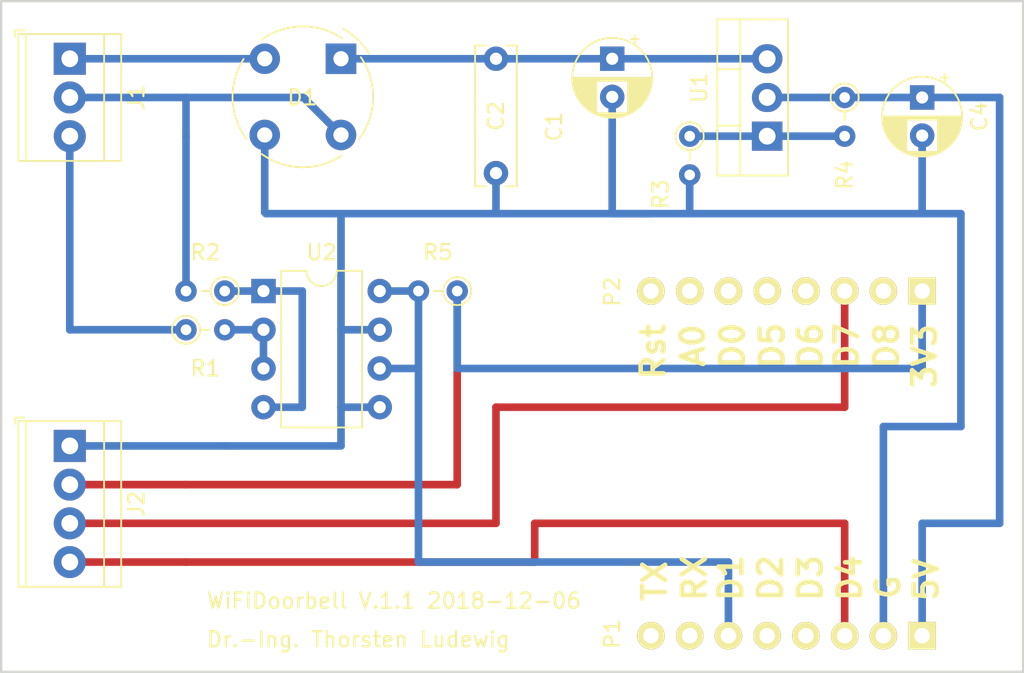
<source format=kicad_pcb>
(kicad_pcb (version 20171130) (host pcbnew "(5.0.1-3-g963ef8bb5)")

  (general
    (thickness 1.6)
    (drawings 22)
    (tracks 58)
    (zones 0)
    (modules 15)
    (nets 24)
  )

  (page A4)
  (title_block
    (title "WifiDoorBell WEMOS D1 mini")
    (date 2018-11-28)
    (rev 1)
    (company "Dr.-Ing. Thorsten Ludewig")
  )

  (layers
    (0 F.Cu signal)
    (31 B.Cu signal)
    (32 B.Adhes user)
    (33 F.Adhes user)
    (34 B.Paste user)
    (35 F.Paste user)
    (36 B.SilkS user)
    (37 F.SilkS user)
    (38 B.Mask user)
    (39 F.Mask user)
    (40 Dwgs.User user)
    (41 Cmts.User user)
    (42 Eco1.User user)
    (43 Eco2.User user)
    (44 Edge.Cuts user)
    (45 Margin user hide)
    (46 B.CrtYd user)
    (47 F.CrtYd user)
    (48 B.Fab user)
    (49 F.Fab user hide)
  )

  (setup
    (last_trace_width 0.5)
    (trace_clearance 0.2)
    (zone_clearance 0.508)
    (zone_45_only no)
    (trace_min 0.2)
    (segment_width 0.2)
    (edge_width 0.15)
    (via_size 0.6)
    (via_drill 0.4)
    (via_min_size 0.4)
    (via_min_drill 0.3)
    (uvia_size 0.3)
    (uvia_drill 0.1)
    (uvias_allowed no)
    (uvia_min_size 0.2)
    (uvia_min_drill 0.1)
    (pcb_text_width 0.3)
    (pcb_text_size 1.5 1.5)
    (mod_edge_width 0.15)
    (mod_text_size 1 1)
    (mod_text_width 0.15)
    (pad_size 2.032 1.7272)
    (pad_drill 1.016)
    (pad_to_mask_clearance 0.2)
    (solder_mask_min_width 0.25)
    (aux_axis_origin 0 0)
    (visible_elements FFFFE77F)
    (pcbplotparams
      (layerselection 0x1ffff_ffffffff)
      (usegerberextensions false)
      (usegerberattributes false)
      (usegerberadvancedattributes false)
      (creategerberjobfile false)
      (excludeedgelayer true)
      (linewidth 0.100000)
      (plotframeref false)
      (viasonmask false)
      (mode 1)
      (useauxorigin false)
      (hpglpennumber 1)
      (hpglpenspeed 20)
      (hpglpendiameter 15.000000)
      (psnegative false)
      (psa4output false)
      (plotreference true)
      (plotvalue true)
      (plotinvisibletext false)
      (padsonsilk false)
      (subtractmaskfromsilk false)
      (outputformat 1)
      (mirror false)
      (drillshape 0)
      (scaleselection 1)
      (outputdirectory "./"))
  )

  (net 0 "")
  (net 1 /+5V)
  (net 2 /D4)
  (net 3 /D3)
  (net 4 /D2)
  (net 5 /D1)
  (net 6 /RX)
  (net 7 /TX)
  (net 8 /+3.3V)
  (net 9 /D8)
  (net 10 /D7)
  (net 11 /D6)
  (net 12 /D5)
  (net 13 /D0)
  (net 14 /A0)
  (net 15 /RST)
  (net 16 "Net-(C1-Pad1)")
  (net 17 GND)
  (net 18 /Doorbell-Trafo-A)
  (net 19 /Doorbell-Trafo-B)
  (net 20 /Doorbell-Button)
  (net 21 "Net-(R1-Pad1)")
  (net 22 "Net-(R2-Pad2)")
  (net 23 "Net-(R3-Pad1)")

  (net_class Default "This is the default net class."
    (clearance 0.2)
    (trace_width 0.5)
    (via_dia 0.6)
    (via_drill 0.4)
    (uvia_dia 0.3)
    (uvia_drill 0.1)
    (add_net /+3.3V)
    (add_net /+5V)
    (add_net /A0)
    (add_net /D0)
    (add_net /D1)
    (add_net /D2)
    (add_net /D3)
    (add_net /D4)
    (add_net /D5)
    (add_net /D6)
    (add_net /D7)
    (add_net /D8)
    (add_net /Doorbell-Button)
    (add_net /Doorbell-Trafo-A)
    (add_net /Doorbell-Trafo-B)
    (add_net /RST)
    (add_net /RX)
    (add_net /TX)
    (add_net GND)
    (add_net "Net-(C1-Pad1)")
    (add_net "Net-(R1-Pad1)")
    (add_net "Net-(R2-Pad2)")
    (add_net "Net-(R3-Pad1)")
  )

  (module D1_mini:D1_mini_Pin_Header (layer F.Cu) (tedit 5766ABD3) (tstamp 5766A941)
    (at 119.38 96.52 270)
    (descr "Through hole pin header")
    (tags "pin header")
    (path /5763EBF2)
    (fp_text reference P2 (at 0.05 20.32 270) (layer F.SilkS)
      (effects (font (size 1 1) (thickness 0.15)))
    )
    (fp_text value CONN_01X08 (at 0 -3.1 270) (layer F.Fab) hide
      (effects (font (size 1 1) (thickness 0.15)))
    )
    (fp_line (start -1.75 -1.75) (end -1.75 19.55) (layer F.CrtYd) (width 0.05))
    (fp_line (start 1.75 -1.75) (end 1.75 19.55) (layer F.CrtYd) (width 0.05))
    (fp_line (start -1.75 -1.75) (end 1.75 -1.75) (layer F.CrtYd) (width 0.05))
    (fp_line (start -1.75 19.55) (end 1.75 19.55) (layer F.CrtYd) (width 0.05))
    (pad 1 thru_hole rect (at 0 0 270) (size 1.8 1.8) (drill 1.016) (layers *.Cu *.Mask F.SilkS)
      (net 8 /+3.3V))
    (pad 2 thru_hole oval (at 0 2.54 270) (size 1.8 1.8) (drill 1.016) (layers *.Cu *.Mask F.SilkS)
      (net 9 /D8))
    (pad 3 thru_hole oval (at 0 5.08 270) (size 1.8 1.8) (drill 1.016) (layers *.Cu *.Mask F.SilkS)
      (net 10 /D7))
    (pad 4 thru_hole oval (at 0 7.62 270) (size 1.8 1.8) (drill 1.016) (layers *.Cu *.Mask F.SilkS)
      (net 11 /D6))
    (pad 5 thru_hole oval (at 0 10.16 270) (size 1.8 1.8) (drill 1.016) (layers *.Cu *.Mask F.SilkS)
      (net 12 /D5))
    (pad 6 thru_hole oval (at 0 12.7 270) (size 1.8 1.8) (drill 1.016) (layers *.Cu *.Mask F.SilkS)
      (net 13 /D0))
    (pad 7 thru_hole oval (at 0 15.24 270) (size 1.8 1.8) (drill 1.016) (layers *.Cu *.Mask F.SilkS)
      (net 14 /A0))
    (pad 8 thru_hole oval (at 0 17.78 270) (size 1.8 1.8) (drill 1.016) (layers *.Cu *.Mask F.SilkS)
      (net 15 /RST))
    (model Pin_Headers.3dshapes/Pin_Header_Straight_1x08.wrl
      (offset (xyz 0 -8.889999866485596 0))
      (scale (xyz 1 1 1))
      (rotate (xyz 0 0 90))
    )
  )

  (module Capacitor_THT:CP_Radial_D5.0mm_P2.50mm (layer F.Cu) (tedit 5AE50EF0) (tstamp 5C0B737E)
    (at 99.06 81.28 270)
    (descr "CP, Radial series, Radial, pin pitch=2.50mm, , diameter=5mm, Electrolytic Capacitor")
    (tags "CP Radial series Radial pin pitch 2.50mm  diameter 5mm Electrolytic Capacitor")
    (path /5BF9735A)
    (fp_text reference C1 (at 4.445 3.81 270) (layer F.SilkS)
      (effects (font (size 1 1) (thickness 0.15)))
    )
    (fp_text value 10µF (at 1.27 3.81 270) (layer F.Fab)
      (effects (font (size 1 1) (thickness 0.15)))
    )
    (fp_circle (center 1.25 0) (end 3.75 0) (layer F.Fab) (width 0.1))
    (fp_circle (center 1.25 0) (end 3.87 0) (layer F.SilkS) (width 0.12))
    (fp_circle (center 1.25 0) (end 4 0) (layer F.CrtYd) (width 0.05))
    (fp_line (start -0.883605 -1.0875) (end -0.383605 -1.0875) (layer F.Fab) (width 0.1))
    (fp_line (start -0.633605 -1.3375) (end -0.633605 -0.8375) (layer F.Fab) (width 0.1))
    (fp_line (start 1.25 -2.58) (end 1.25 2.58) (layer F.SilkS) (width 0.12))
    (fp_line (start 1.29 -2.58) (end 1.29 2.58) (layer F.SilkS) (width 0.12))
    (fp_line (start 1.33 -2.579) (end 1.33 2.579) (layer F.SilkS) (width 0.12))
    (fp_line (start 1.37 -2.578) (end 1.37 2.578) (layer F.SilkS) (width 0.12))
    (fp_line (start 1.41 -2.576) (end 1.41 2.576) (layer F.SilkS) (width 0.12))
    (fp_line (start 1.45 -2.573) (end 1.45 2.573) (layer F.SilkS) (width 0.12))
    (fp_line (start 1.49 -2.569) (end 1.49 -1.04) (layer F.SilkS) (width 0.12))
    (fp_line (start 1.49 1.04) (end 1.49 2.569) (layer F.SilkS) (width 0.12))
    (fp_line (start 1.53 -2.565) (end 1.53 -1.04) (layer F.SilkS) (width 0.12))
    (fp_line (start 1.53 1.04) (end 1.53 2.565) (layer F.SilkS) (width 0.12))
    (fp_line (start 1.57 -2.561) (end 1.57 -1.04) (layer F.SilkS) (width 0.12))
    (fp_line (start 1.57 1.04) (end 1.57 2.561) (layer F.SilkS) (width 0.12))
    (fp_line (start 1.61 -2.556) (end 1.61 -1.04) (layer F.SilkS) (width 0.12))
    (fp_line (start 1.61 1.04) (end 1.61 2.556) (layer F.SilkS) (width 0.12))
    (fp_line (start 1.65 -2.55) (end 1.65 -1.04) (layer F.SilkS) (width 0.12))
    (fp_line (start 1.65 1.04) (end 1.65 2.55) (layer F.SilkS) (width 0.12))
    (fp_line (start 1.69 -2.543) (end 1.69 -1.04) (layer F.SilkS) (width 0.12))
    (fp_line (start 1.69 1.04) (end 1.69 2.543) (layer F.SilkS) (width 0.12))
    (fp_line (start 1.73 -2.536) (end 1.73 -1.04) (layer F.SilkS) (width 0.12))
    (fp_line (start 1.73 1.04) (end 1.73 2.536) (layer F.SilkS) (width 0.12))
    (fp_line (start 1.77 -2.528) (end 1.77 -1.04) (layer F.SilkS) (width 0.12))
    (fp_line (start 1.77 1.04) (end 1.77 2.528) (layer F.SilkS) (width 0.12))
    (fp_line (start 1.81 -2.52) (end 1.81 -1.04) (layer F.SilkS) (width 0.12))
    (fp_line (start 1.81 1.04) (end 1.81 2.52) (layer F.SilkS) (width 0.12))
    (fp_line (start 1.85 -2.511) (end 1.85 -1.04) (layer F.SilkS) (width 0.12))
    (fp_line (start 1.85 1.04) (end 1.85 2.511) (layer F.SilkS) (width 0.12))
    (fp_line (start 1.89 -2.501) (end 1.89 -1.04) (layer F.SilkS) (width 0.12))
    (fp_line (start 1.89 1.04) (end 1.89 2.501) (layer F.SilkS) (width 0.12))
    (fp_line (start 1.93 -2.491) (end 1.93 -1.04) (layer F.SilkS) (width 0.12))
    (fp_line (start 1.93 1.04) (end 1.93 2.491) (layer F.SilkS) (width 0.12))
    (fp_line (start 1.971 -2.48) (end 1.971 -1.04) (layer F.SilkS) (width 0.12))
    (fp_line (start 1.971 1.04) (end 1.971 2.48) (layer F.SilkS) (width 0.12))
    (fp_line (start 2.011 -2.468) (end 2.011 -1.04) (layer F.SilkS) (width 0.12))
    (fp_line (start 2.011 1.04) (end 2.011 2.468) (layer F.SilkS) (width 0.12))
    (fp_line (start 2.051 -2.455) (end 2.051 -1.04) (layer F.SilkS) (width 0.12))
    (fp_line (start 2.051 1.04) (end 2.051 2.455) (layer F.SilkS) (width 0.12))
    (fp_line (start 2.091 -2.442) (end 2.091 -1.04) (layer F.SilkS) (width 0.12))
    (fp_line (start 2.091 1.04) (end 2.091 2.442) (layer F.SilkS) (width 0.12))
    (fp_line (start 2.131 -2.428) (end 2.131 -1.04) (layer F.SilkS) (width 0.12))
    (fp_line (start 2.131 1.04) (end 2.131 2.428) (layer F.SilkS) (width 0.12))
    (fp_line (start 2.171 -2.414) (end 2.171 -1.04) (layer F.SilkS) (width 0.12))
    (fp_line (start 2.171 1.04) (end 2.171 2.414) (layer F.SilkS) (width 0.12))
    (fp_line (start 2.211 -2.398) (end 2.211 -1.04) (layer F.SilkS) (width 0.12))
    (fp_line (start 2.211 1.04) (end 2.211 2.398) (layer F.SilkS) (width 0.12))
    (fp_line (start 2.251 -2.382) (end 2.251 -1.04) (layer F.SilkS) (width 0.12))
    (fp_line (start 2.251 1.04) (end 2.251 2.382) (layer F.SilkS) (width 0.12))
    (fp_line (start 2.291 -2.365) (end 2.291 -1.04) (layer F.SilkS) (width 0.12))
    (fp_line (start 2.291 1.04) (end 2.291 2.365) (layer F.SilkS) (width 0.12))
    (fp_line (start 2.331 -2.348) (end 2.331 -1.04) (layer F.SilkS) (width 0.12))
    (fp_line (start 2.331 1.04) (end 2.331 2.348) (layer F.SilkS) (width 0.12))
    (fp_line (start 2.371 -2.329) (end 2.371 -1.04) (layer F.SilkS) (width 0.12))
    (fp_line (start 2.371 1.04) (end 2.371 2.329) (layer F.SilkS) (width 0.12))
    (fp_line (start 2.411 -2.31) (end 2.411 -1.04) (layer F.SilkS) (width 0.12))
    (fp_line (start 2.411 1.04) (end 2.411 2.31) (layer F.SilkS) (width 0.12))
    (fp_line (start 2.451 -2.29) (end 2.451 -1.04) (layer F.SilkS) (width 0.12))
    (fp_line (start 2.451 1.04) (end 2.451 2.29) (layer F.SilkS) (width 0.12))
    (fp_line (start 2.491 -2.268) (end 2.491 -1.04) (layer F.SilkS) (width 0.12))
    (fp_line (start 2.491 1.04) (end 2.491 2.268) (layer F.SilkS) (width 0.12))
    (fp_line (start 2.531 -2.247) (end 2.531 -1.04) (layer F.SilkS) (width 0.12))
    (fp_line (start 2.531 1.04) (end 2.531 2.247) (layer F.SilkS) (width 0.12))
    (fp_line (start 2.571 -2.224) (end 2.571 -1.04) (layer F.SilkS) (width 0.12))
    (fp_line (start 2.571 1.04) (end 2.571 2.224) (layer F.SilkS) (width 0.12))
    (fp_line (start 2.611 -2.2) (end 2.611 -1.04) (layer F.SilkS) (width 0.12))
    (fp_line (start 2.611 1.04) (end 2.611 2.2) (layer F.SilkS) (width 0.12))
    (fp_line (start 2.651 -2.175) (end 2.651 -1.04) (layer F.SilkS) (width 0.12))
    (fp_line (start 2.651 1.04) (end 2.651 2.175) (layer F.SilkS) (width 0.12))
    (fp_line (start 2.691 -2.149) (end 2.691 -1.04) (layer F.SilkS) (width 0.12))
    (fp_line (start 2.691 1.04) (end 2.691 2.149) (layer F.SilkS) (width 0.12))
    (fp_line (start 2.731 -2.122) (end 2.731 -1.04) (layer F.SilkS) (width 0.12))
    (fp_line (start 2.731 1.04) (end 2.731 2.122) (layer F.SilkS) (width 0.12))
    (fp_line (start 2.771 -2.095) (end 2.771 -1.04) (layer F.SilkS) (width 0.12))
    (fp_line (start 2.771 1.04) (end 2.771 2.095) (layer F.SilkS) (width 0.12))
    (fp_line (start 2.811 -2.065) (end 2.811 -1.04) (layer F.SilkS) (width 0.12))
    (fp_line (start 2.811 1.04) (end 2.811 2.065) (layer F.SilkS) (width 0.12))
    (fp_line (start 2.851 -2.035) (end 2.851 -1.04) (layer F.SilkS) (width 0.12))
    (fp_line (start 2.851 1.04) (end 2.851 2.035) (layer F.SilkS) (width 0.12))
    (fp_line (start 2.891 -2.004) (end 2.891 -1.04) (layer F.SilkS) (width 0.12))
    (fp_line (start 2.891 1.04) (end 2.891 2.004) (layer F.SilkS) (width 0.12))
    (fp_line (start 2.931 -1.971) (end 2.931 -1.04) (layer F.SilkS) (width 0.12))
    (fp_line (start 2.931 1.04) (end 2.931 1.971) (layer F.SilkS) (width 0.12))
    (fp_line (start 2.971 -1.937) (end 2.971 -1.04) (layer F.SilkS) (width 0.12))
    (fp_line (start 2.971 1.04) (end 2.971 1.937) (layer F.SilkS) (width 0.12))
    (fp_line (start 3.011 -1.901) (end 3.011 -1.04) (layer F.SilkS) (width 0.12))
    (fp_line (start 3.011 1.04) (end 3.011 1.901) (layer F.SilkS) (width 0.12))
    (fp_line (start 3.051 -1.864) (end 3.051 -1.04) (layer F.SilkS) (width 0.12))
    (fp_line (start 3.051 1.04) (end 3.051 1.864) (layer F.SilkS) (width 0.12))
    (fp_line (start 3.091 -1.826) (end 3.091 -1.04) (layer F.SilkS) (width 0.12))
    (fp_line (start 3.091 1.04) (end 3.091 1.826) (layer F.SilkS) (width 0.12))
    (fp_line (start 3.131 -1.785) (end 3.131 -1.04) (layer F.SilkS) (width 0.12))
    (fp_line (start 3.131 1.04) (end 3.131 1.785) (layer F.SilkS) (width 0.12))
    (fp_line (start 3.171 -1.743) (end 3.171 -1.04) (layer F.SilkS) (width 0.12))
    (fp_line (start 3.171 1.04) (end 3.171 1.743) (layer F.SilkS) (width 0.12))
    (fp_line (start 3.211 -1.699) (end 3.211 -1.04) (layer F.SilkS) (width 0.12))
    (fp_line (start 3.211 1.04) (end 3.211 1.699) (layer F.SilkS) (width 0.12))
    (fp_line (start 3.251 -1.653) (end 3.251 -1.04) (layer F.SilkS) (width 0.12))
    (fp_line (start 3.251 1.04) (end 3.251 1.653) (layer F.SilkS) (width 0.12))
    (fp_line (start 3.291 -1.605) (end 3.291 -1.04) (layer F.SilkS) (width 0.12))
    (fp_line (start 3.291 1.04) (end 3.291 1.605) (layer F.SilkS) (width 0.12))
    (fp_line (start 3.331 -1.554) (end 3.331 -1.04) (layer F.SilkS) (width 0.12))
    (fp_line (start 3.331 1.04) (end 3.331 1.554) (layer F.SilkS) (width 0.12))
    (fp_line (start 3.371 -1.5) (end 3.371 -1.04) (layer F.SilkS) (width 0.12))
    (fp_line (start 3.371 1.04) (end 3.371 1.5) (layer F.SilkS) (width 0.12))
    (fp_line (start 3.411 -1.443) (end 3.411 -1.04) (layer F.SilkS) (width 0.12))
    (fp_line (start 3.411 1.04) (end 3.411 1.443) (layer F.SilkS) (width 0.12))
    (fp_line (start 3.451 -1.383) (end 3.451 -1.04) (layer F.SilkS) (width 0.12))
    (fp_line (start 3.451 1.04) (end 3.451 1.383) (layer F.SilkS) (width 0.12))
    (fp_line (start 3.491 -1.319) (end 3.491 -1.04) (layer F.SilkS) (width 0.12))
    (fp_line (start 3.491 1.04) (end 3.491 1.319) (layer F.SilkS) (width 0.12))
    (fp_line (start 3.531 -1.251) (end 3.531 -1.04) (layer F.SilkS) (width 0.12))
    (fp_line (start 3.531 1.04) (end 3.531 1.251) (layer F.SilkS) (width 0.12))
    (fp_line (start 3.571 -1.178) (end 3.571 1.178) (layer F.SilkS) (width 0.12))
    (fp_line (start 3.611 -1.098) (end 3.611 1.098) (layer F.SilkS) (width 0.12))
    (fp_line (start 3.651 -1.011) (end 3.651 1.011) (layer F.SilkS) (width 0.12))
    (fp_line (start 3.691 -0.915) (end 3.691 0.915) (layer F.SilkS) (width 0.12))
    (fp_line (start 3.731 -0.805) (end 3.731 0.805) (layer F.SilkS) (width 0.12))
    (fp_line (start 3.771 -0.677) (end 3.771 0.677) (layer F.SilkS) (width 0.12))
    (fp_line (start 3.811 -0.518) (end 3.811 0.518) (layer F.SilkS) (width 0.12))
    (fp_line (start 3.851 -0.284) (end 3.851 0.284) (layer F.SilkS) (width 0.12))
    (fp_line (start -1.554775 -1.475) (end -1.054775 -1.475) (layer F.SilkS) (width 0.12))
    (fp_line (start -1.304775 -1.725) (end -1.304775 -1.225) (layer F.SilkS) (width 0.12))
    (fp_text user %R (at 4.445 3.81 270) (layer F.Fab)
      (effects (font (size 1 1) (thickness 0.15)))
    )
    (pad 1 thru_hole rect (at 0 0 270) (size 1.6 1.6) (drill 0.8) (layers *.Cu *.Mask)
      (net 16 "Net-(C1-Pad1)"))
    (pad 2 thru_hole circle (at 2.5 0 270) (size 1.6 1.6) (drill 0.8) (layers *.Cu *.Mask)
      (net 17 GND))
    (model ${KISYS3DMOD}/Capacitor_THT.3dshapes/CP_Radial_D5.0mm_P2.50mm.wrl
      (at (xyz 0 0 0))
      (scale (xyz 1 1 1))
      (rotate (xyz 0 0 0))
    )
  )

  (module Capacitor_THT:C_Rect_L9.0mm_W2.5mm_P7.50mm_MKT (layer F.Cu) (tedit 5AE50EF0) (tstamp 5C0B7393)
    (at 91.44 81.28 270)
    (descr "C, Rect series, Radial, pin pitch=7.50mm, , length*width=9*2.5mm^2, Capacitor, https://en.tdk.eu/inf/20/20/db/fc_2009/MKT_B32560_564.pdf")
    (tags "C Rect series Radial pin pitch 7.50mm  length 9mm width 2.5mm Capacitor")
    (path /5BF973AA)
    (fp_text reference C2 (at 3.75 0 270) (layer F.SilkS)
      (effects (font (size 1 1) (thickness 0.15)))
    )
    (fp_text value 100nF (at 3.75 2.5 270) (layer F.Fab)
      (effects (font (size 1 1) (thickness 0.15)))
    )
    (fp_line (start -0.75 -1.25) (end -0.75 1.25) (layer F.Fab) (width 0.1))
    (fp_line (start -0.75 1.25) (end 8.25 1.25) (layer F.Fab) (width 0.1))
    (fp_line (start 8.25 1.25) (end 8.25 -1.25) (layer F.Fab) (width 0.1))
    (fp_line (start 8.25 -1.25) (end -0.75 -1.25) (layer F.Fab) (width 0.1))
    (fp_line (start -0.87 -1.37) (end 8.37 -1.37) (layer F.SilkS) (width 0.12))
    (fp_line (start -0.87 1.37) (end 8.37 1.37) (layer F.SilkS) (width 0.12))
    (fp_line (start -0.87 -1.37) (end -0.87 -0.665) (layer F.SilkS) (width 0.12))
    (fp_line (start -0.87 0.665) (end -0.87 1.37) (layer F.SilkS) (width 0.12))
    (fp_line (start 8.37 -1.37) (end 8.37 -0.665) (layer F.SilkS) (width 0.12))
    (fp_line (start 8.37 0.665) (end 8.37 1.37) (layer F.SilkS) (width 0.12))
    (fp_line (start -1.05 -1.5) (end -1.05 1.5) (layer F.CrtYd) (width 0.05))
    (fp_line (start -1.05 1.5) (end 8.55 1.5) (layer F.CrtYd) (width 0.05))
    (fp_line (start 8.55 1.5) (end 8.55 -1.5) (layer F.CrtYd) (width 0.05))
    (fp_line (start 8.55 -1.5) (end -1.05 -1.5) (layer F.CrtYd) (width 0.05))
    (fp_text user %R (at 3.75 0 90) (layer F.Fab)
      (effects (font (size 1 1) (thickness 0.15)))
    )
    (pad 1 thru_hole circle (at 0 0 270) (size 1.6 1.6) (drill 0.8) (layers *.Cu *.Mask)
      (net 16 "Net-(C1-Pad1)"))
    (pad 2 thru_hole circle (at 7.5 0 270) (size 1.6 1.6) (drill 0.8) (layers *.Cu *.Mask)
      (net 17 GND))
    (model ${KISYS3DMOD}/Capacitor_THT.3dshapes/C_Rect_L9.0mm_W2.5mm_P7.50mm_MKT.wrl
      (at (xyz 0 0 0))
      (scale (xyz 1 1 1))
      (rotate (xyz 0 0 0))
    )
  )

  (module Capacitor_THT:CP_Radial_D5.0mm_P2.50mm (layer F.Cu) (tedit 5AE50EF0) (tstamp 5C0B7417)
    (at 119.38 83.82 270)
    (descr "CP, Radial series, Radial, pin pitch=2.50mm, , diameter=5mm, Electrolytic Capacitor")
    (tags "CP Radial series Radial pin pitch 2.50mm  diameter 5mm Electrolytic Capacitor")
    (path /5BF9746B)
    (fp_text reference C4 (at 1.25 -3.75 270) (layer F.SilkS)
      (effects (font (size 1 1) (thickness 0.15)))
    )
    (fp_text value 1000µF (at 6.35 -3.81 270) (layer F.Fab)
      (effects (font (size 1 1) (thickness 0.15)))
    )
    (fp_text user %R (at 1.25 -3.81 270) (layer F.Fab)
      (effects (font (size 1 1) (thickness 0.15)))
    )
    (fp_line (start -1.304775 -1.725) (end -1.304775 -1.225) (layer F.SilkS) (width 0.12))
    (fp_line (start -1.554775 -1.475) (end -1.054775 -1.475) (layer F.SilkS) (width 0.12))
    (fp_line (start 3.851 -0.284) (end 3.851 0.284) (layer F.SilkS) (width 0.12))
    (fp_line (start 3.811 -0.518) (end 3.811 0.518) (layer F.SilkS) (width 0.12))
    (fp_line (start 3.771 -0.677) (end 3.771 0.677) (layer F.SilkS) (width 0.12))
    (fp_line (start 3.731 -0.805) (end 3.731 0.805) (layer F.SilkS) (width 0.12))
    (fp_line (start 3.691 -0.915) (end 3.691 0.915) (layer F.SilkS) (width 0.12))
    (fp_line (start 3.651 -1.011) (end 3.651 1.011) (layer F.SilkS) (width 0.12))
    (fp_line (start 3.611 -1.098) (end 3.611 1.098) (layer F.SilkS) (width 0.12))
    (fp_line (start 3.571 -1.178) (end 3.571 1.178) (layer F.SilkS) (width 0.12))
    (fp_line (start 3.531 1.04) (end 3.531 1.251) (layer F.SilkS) (width 0.12))
    (fp_line (start 3.531 -1.251) (end 3.531 -1.04) (layer F.SilkS) (width 0.12))
    (fp_line (start 3.491 1.04) (end 3.491 1.319) (layer F.SilkS) (width 0.12))
    (fp_line (start 3.491 -1.319) (end 3.491 -1.04) (layer F.SilkS) (width 0.12))
    (fp_line (start 3.451 1.04) (end 3.451 1.383) (layer F.SilkS) (width 0.12))
    (fp_line (start 3.451 -1.383) (end 3.451 -1.04) (layer F.SilkS) (width 0.12))
    (fp_line (start 3.411 1.04) (end 3.411 1.443) (layer F.SilkS) (width 0.12))
    (fp_line (start 3.411 -1.443) (end 3.411 -1.04) (layer F.SilkS) (width 0.12))
    (fp_line (start 3.371 1.04) (end 3.371 1.5) (layer F.SilkS) (width 0.12))
    (fp_line (start 3.371 -1.5) (end 3.371 -1.04) (layer F.SilkS) (width 0.12))
    (fp_line (start 3.331 1.04) (end 3.331 1.554) (layer F.SilkS) (width 0.12))
    (fp_line (start 3.331 -1.554) (end 3.331 -1.04) (layer F.SilkS) (width 0.12))
    (fp_line (start 3.291 1.04) (end 3.291 1.605) (layer F.SilkS) (width 0.12))
    (fp_line (start 3.291 -1.605) (end 3.291 -1.04) (layer F.SilkS) (width 0.12))
    (fp_line (start 3.251 1.04) (end 3.251 1.653) (layer F.SilkS) (width 0.12))
    (fp_line (start 3.251 -1.653) (end 3.251 -1.04) (layer F.SilkS) (width 0.12))
    (fp_line (start 3.211 1.04) (end 3.211 1.699) (layer F.SilkS) (width 0.12))
    (fp_line (start 3.211 -1.699) (end 3.211 -1.04) (layer F.SilkS) (width 0.12))
    (fp_line (start 3.171 1.04) (end 3.171 1.743) (layer F.SilkS) (width 0.12))
    (fp_line (start 3.171 -1.743) (end 3.171 -1.04) (layer F.SilkS) (width 0.12))
    (fp_line (start 3.131 1.04) (end 3.131 1.785) (layer F.SilkS) (width 0.12))
    (fp_line (start 3.131 -1.785) (end 3.131 -1.04) (layer F.SilkS) (width 0.12))
    (fp_line (start 3.091 1.04) (end 3.091 1.826) (layer F.SilkS) (width 0.12))
    (fp_line (start 3.091 -1.826) (end 3.091 -1.04) (layer F.SilkS) (width 0.12))
    (fp_line (start 3.051 1.04) (end 3.051 1.864) (layer F.SilkS) (width 0.12))
    (fp_line (start 3.051 -1.864) (end 3.051 -1.04) (layer F.SilkS) (width 0.12))
    (fp_line (start 3.011 1.04) (end 3.011 1.901) (layer F.SilkS) (width 0.12))
    (fp_line (start 3.011 -1.901) (end 3.011 -1.04) (layer F.SilkS) (width 0.12))
    (fp_line (start 2.971 1.04) (end 2.971 1.937) (layer F.SilkS) (width 0.12))
    (fp_line (start 2.971 -1.937) (end 2.971 -1.04) (layer F.SilkS) (width 0.12))
    (fp_line (start 2.931 1.04) (end 2.931 1.971) (layer F.SilkS) (width 0.12))
    (fp_line (start 2.931 -1.971) (end 2.931 -1.04) (layer F.SilkS) (width 0.12))
    (fp_line (start 2.891 1.04) (end 2.891 2.004) (layer F.SilkS) (width 0.12))
    (fp_line (start 2.891 -2.004) (end 2.891 -1.04) (layer F.SilkS) (width 0.12))
    (fp_line (start 2.851 1.04) (end 2.851 2.035) (layer F.SilkS) (width 0.12))
    (fp_line (start 2.851 -2.035) (end 2.851 -1.04) (layer F.SilkS) (width 0.12))
    (fp_line (start 2.811 1.04) (end 2.811 2.065) (layer F.SilkS) (width 0.12))
    (fp_line (start 2.811 -2.065) (end 2.811 -1.04) (layer F.SilkS) (width 0.12))
    (fp_line (start 2.771 1.04) (end 2.771 2.095) (layer F.SilkS) (width 0.12))
    (fp_line (start 2.771 -2.095) (end 2.771 -1.04) (layer F.SilkS) (width 0.12))
    (fp_line (start 2.731 1.04) (end 2.731 2.122) (layer F.SilkS) (width 0.12))
    (fp_line (start 2.731 -2.122) (end 2.731 -1.04) (layer F.SilkS) (width 0.12))
    (fp_line (start 2.691 1.04) (end 2.691 2.149) (layer F.SilkS) (width 0.12))
    (fp_line (start 2.691 -2.149) (end 2.691 -1.04) (layer F.SilkS) (width 0.12))
    (fp_line (start 2.651 1.04) (end 2.651 2.175) (layer F.SilkS) (width 0.12))
    (fp_line (start 2.651 -2.175) (end 2.651 -1.04) (layer F.SilkS) (width 0.12))
    (fp_line (start 2.611 1.04) (end 2.611 2.2) (layer F.SilkS) (width 0.12))
    (fp_line (start 2.611 -2.2) (end 2.611 -1.04) (layer F.SilkS) (width 0.12))
    (fp_line (start 2.571 1.04) (end 2.571 2.224) (layer F.SilkS) (width 0.12))
    (fp_line (start 2.571 -2.224) (end 2.571 -1.04) (layer F.SilkS) (width 0.12))
    (fp_line (start 2.531 1.04) (end 2.531 2.247) (layer F.SilkS) (width 0.12))
    (fp_line (start 2.531 -2.247) (end 2.531 -1.04) (layer F.SilkS) (width 0.12))
    (fp_line (start 2.491 1.04) (end 2.491 2.268) (layer F.SilkS) (width 0.12))
    (fp_line (start 2.491 -2.268) (end 2.491 -1.04) (layer F.SilkS) (width 0.12))
    (fp_line (start 2.451 1.04) (end 2.451 2.29) (layer F.SilkS) (width 0.12))
    (fp_line (start 2.451 -2.29) (end 2.451 -1.04) (layer F.SilkS) (width 0.12))
    (fp_line (start 2.411 1.04) (end 2.411 2.31) (layer F.SilkS) (width 0.12))
    (fp_line (start 2.411 -2.31) (end 2.411 -1.04) (layer F.SilkS) (width 0.12))
    (fp_line (start 2.371 1.04) (end 2.371 2.329) (layer F.SilkS) (width 0.12))
    (fp_line (start 2.371 -2.329) (end 2.371 -1.04) (layer F.SilkS) (width 0.12))
    (fp_line (start 2.331 1.04) (end 2.331 2.348) (layer F.SilkS) (width 0.12))
    (fp_line (start 2.331 -2.348) (end 2.331 -1.04) (layer F.SilkS) (width 0.12))
    (fp_line (start 2.291 1.04) (end 2.291 2.365) (layer F.SilkS) (width 0.12))
    (fp_line (start 2.291 -2.365) (end 2.291 -1.04) (layer F.SilkS) (width 0.12))
    (fp_line (start 2.251 1.04) (end 2.251 2.382) (layer F.SilkS) (width 0.12))
    (fp_line (start 2.251 -2.382) (end 2.251 -1.04) (layer F.SilkS) (width 0.12))
    (fp_line (start 2.211 1.04) (end 2.211 2.398) (layer F.SilkS) (width 0.12))
    (fp_line (start 2.211 -2.398) (end 2.211 -1.04) (layer F.SilkS) (width 0.12))
    (fp_line (start 2.171 1.04) (end 2.171 2.414) (layer F.SilkS) (width 0.12))
    (fp_line (start 2.171 -2.414) (end 2.171 -1.04) (layer F.SilkS) (width 0.12))
    (fp_line (start 2.131 1.04) (end 2.131 2.428) (layer F.SilkS) (width 0.12))
    (fp_line (start 2.131 -2.428) (end 2.131 -1.04) (layer F.SilkS) (width 0.12))
    (fp_line (start 2.091 1.04) (end 2.091 2.442) (layer F.SilkS) (width 0.12))
    (fp_line (start 2.091 -2.442) (end 2.091 -1.04) (layer F.SilkS) (width 0.12))
    (fp_line (start 2.051 1.04) (end 2.051 2.455) (layer F.SilkS) (width 0.12))
    (fp_line (start 2.051 -2.455) (end 2.051 -1.04) (layer F.SilkS) (width 0.12))
    (fp_line (start 2.011 1.04) (end 2.011 2.468) (layer F.SilkS) (width 0.12))
    (fp_line (start 2.011 -2.468) (end 2.011 -1.04) (layer F.SilkS) (width 0.12))
    (fp_line (start 1.971 1.04) (end 1.971 2.48) (layer F.SilkS) (width 0.12))
    (fp_line (start 1.971 -2.48) (end 1.971 -1.04) (layer F.SilkS) (width 0.12))
    (fp_line (start 1.93 1.04) (end 1.93 2.491) (layer F.SilkS) (width 0.12))
    (fp_line (start 1.93 -2.491) (end 1.93 -1.04) (layer F.SilkS) (width 0.12))
    (fp_line (start 1.89 1.04) (end 1.89 2.501) (layer F.SilkS) (width 0.12))
    (fp_line (start 1.89 -2.501) (end 1.89 -1.04) (layer F.SilkS) (width 0.12))
    (fp_line (start 1.85 1.04) (end 1.85 2.511) (layer F.SilkS) (width 0.12))
    (fp_line (start 1.85 -2.511) (end 1.85 -1.04) (layer F.SilkS) (width 0.12))
    (fp_line (start 1.81 1.04) (end 1.81 2.52) (layer F.SilkS) (width 0.12))
    (fp_line (start 1.81 -2.52) (end 1.81 -1.04) (layer F.SilkS) (width 0.12))
    (fp_line (start 1.77 1.04) (end 1.77 2.528) (layer F.SilkS) (width 0.12))
    (fp_line (start 1.77 -2.528) (end 1.77 -1.04) (layer F.SilkS) (width 0.12))
    (fp_line (start 1.73 1.04) (end 1.73 2.536) (layer F.SilkS) (width 0.12))
    (fp_line (start 1.73 -2.536) (end 1.73 -1.04) (layer F.SilkS) (width 0.12))
    (fp_line (start 1.69 1.04) (end 1.69 2.543) (layer F.SilkS) (width 0.12))
    (fp_line (start 1.69 -2.543) (end 1.69 -1.04) (layer F.SilkS) (width 0.12))
    (fp_line (start 1.65 1.04) (end 1.65 2.55) (layer F.SilkS) (width 0.12))
    (fp_line (start 1.65 -2.55) (end 1.65 -1.04) (layer F.SilkS) (width 0.12))
    (fp_line (start 1.61 1.04) (end 1.61 2.556) (layer F.SilkS) (width 0.12))
    (fp_line (start 1.61 -2.556) (end 1.61 -1.04) (layer F.SilkS) (width 0.12))
    (fp_line (start 1.57 1.04) (end 1.57 2.561) (layer F.SilkS) (width 0.12))
    (fp_line (start 1.57 -2.561) (end 1.57 -1.04) (layer F.SilkS) (width 0.12))
    (fp_line (start 1.53 1.04) (end 1.53 2.565) (layer F.SilkS) (width 0.12))
    (fp_line (start 1.53 -2.565) (end 1.53 -1.04) (layer F.SilkS) (width 0.12))
    (fp_line (start 1.49 1.04) (end 1.49 2.569) (layer F.SilkS) (width 0.12))
    (fp_line (start 1.49 -2.569) (end 1.49 -1.04) (layer F.SilkS) (width 0.12))
    (fp_line (start 1.45 -2.573) (end 1.45 2.573) (layer F.SilkS) (width 0.12))
    (fp_line (start 1.41 -2.576) (end 1.41 2.576) (layer F.SilkS) (width 0.12))
    (fp_line (start 1.37 -2.578) (end 1.37 2.578) (layer F.SilkS) (width 0.12))
    (fp_line (start 1.33 -2.579) (end 1.33 2.579) (layer F.SilkS) (width 0.12))
    (fp_line (start 1.29 -2.58) (end 1.29 2.58) (layer F.SilkS) (width 0.12))
    (fp_line (start 1.25 -2.58) (end 1.25 2.58) (layer F.SilkS) (width 0.12))
    (fp_line (start -0.633605 -1.3375) (end -0.633605 -0.8375) (layer F.Fab) (width 0.1))
    (fp_line (start -0.883605 -1.0875) (end -0.383605 -1.0875) (layer F.Fab) (width 0.1))
    (fp_circle (center 1.25 0) (end 4 0) (layer F.CrtYd) (width 0.05))
    (fp_circle (center 1.25 0) (end 3.87 0) (layer F.SilkS) (width 0.12))
    (fp_circle (center 1.25 0) (end 3.75 0) (layer F.Fab) (width 0.1))
    (pad 2 thru_hole circle (at 2.5 0 270) (size 1.6 1.6) (drill 0.8) (layers *.Cu *.Mask)
      (net 17 GND))
    (pad 1 thru_hole rect (at 0 0 270) (size 1.6 1.6) (drill 0.8) (layers *.Cu *.Mask)
      (net 1 /+5V))
    (model ${KISYS3DMOD}/Capacitor_THT.3dshapes/CP_Radial_D5.0mm_P2.50mm.wrl
      (at (xyz 0 0 0))
      (scale (xyz 1 1 1))
      (rotate (xyz 0 0 0))
    )
  )

  (module Diode_THT:Diode_Bridge_Round_D9.0mm (layer F.Cu) (tedit 5A4E75FD) (tstamp 5C0B7427)
    (at 81.28 81.28 270)
    (descr "4-lead round diode bridge package, diameter 9.0mm, pin pitch 5.0mm, see https://diotec.com/tl_files/diotec/files/pdf/datasheets/b40r.pdf")
    (tags "diode bridge 9.0mm 8.85mm WOB pitch 5.0mm")
    (path /5BF97302)
    (fp_text reference D1 (at 2.54 2.54) (layer F.SilkS)
      (effects (font (size 1 1) (thickness 0.15)))
    )
    (fp_text value B40R (at -3.175 2.54) (layer F.Fab)
      (effects (font (size 1 1) (thickness 0.15)))
    )
    (fp_circle (center 2.5 2.5) (end -1.3 -1.2) (layer F.CrtYd) (width 0.05))
    (fp_arc (start 2.5 2.5) (end -0.35 -1.85) (angle -25.7) (layer F.SilkS) (width 0.12))
    (fp_arc (start 2.5 2.5) (end -1.25 5.2) (angle 69.7860092) (layer F.SilkS) (width 0.12))
    (fp_text user %R (at 2.54 2.54) (layer F.Fab)
      (effects (font (size 1 1) (thickness 0.15)))
    )
    (fp_arc (start 2.5 2.5) (end 5.25 6.2) (angle 69.33515029) (layer F.SilkS) (width 0.12))
    (fp_arc (start 2.5 2.5) (end 6.35 -0.05) (angle 69.27189832) (layer F.SilkS) (width 0.12))
    (fp_arc (start 2.5 2.5) (end -0.1 -1.3) (angle 71.12781967) (layer F.SilkS) (width 0.12))
    (fp_arc (start 2.5 2.5) (end -2 2.5) (angle 360) (layer F.Fab) (width 0.12))
    (pad 4 thru_hole oval (at 5 0 270) (size 2 2) (drill 1) (layers *.Cu *.Mask)
      (net 19 /Doorbell-Trafo-B))
    (pad 2 thru_hole oval (at 0 5 270) (size 2 2) (drill 1) (layers *.Cu *.Mask)
      (net 18 /Doorbell-Trafo-A))
    (pad 3 thru_hole oval (at 5 5 270) (size 2 2) (drill 1) (layers *.Cu *.Mask)
      (net 17 GND))
    (pad 1 thru_hole rect (at 0 0 270) (size 2 2) (drill 1) (layers *.Cu *.Mask)
      (net 16 "Net-(C1-Pad1)"))
    (model ${KISYS3DMOD}/Diode_THT.3dshapes/Diode_Bridge_Round_D9.0mm.wrl
      (at (xyz 0 0 0))
      (scale (xyz 1 1 1))
      (rotate (xyz 0 0 0))
    )
  )

  (module Resistor_THT:R_Axial_DIN0204_L3.6mm_D1.6mm_P2.54mm_Vertical (layer F.Cu) (tedit 5AE5139B) (tstamp 5C0B744C)
    (at 73.66 96.52 180)
    (descr "Resistor, Axial_DIN0204 series, Axial, Vertical, pin pitch=2.54mm, 0.167W, length*diameter=3.6*1.6mm^2, http://cdn-reichelt.de/documents/datenblatt/B400/1_4W%23YAG.pdf")
    (tags "Resistor Axial_DIN0204 series Axial Vertical pin pitch 2.54mm 0.167W length 3.6mm diameter 1.6mm")
    (path /5BF9A119)
    (fp_text reference R1 (at 1.27 -5.08 180) (layer F.SilkS)
      (effects (font (size 1 1) (thickness 0.15)))
    )
    (fp_text value 390Ω (at 1.27 4.445 180) (layer F.Fab)
      (effects (font (size 1 1) (thickness 0.15)))
    )
    (fp_text user %R (at 1.27 -5.08 180) (layer F.Fab)
      (effects (font (size 1 1) (thickness 0.15)))
    )
    (fp_line (start 3.49 -1.05) (end -1.05 -1.05) (layer F.CrtYd) (width 0.05))
    (fp_line (start 3.49 1.05) (end 3.49 -1.05) (layer F.CrtYd) (width 0.05))
    (fp_line (start -1.05 1.05) (end 3.49 1.05) (layer F.CrtYd) (width 0.05))
    (fp_line (start -1.05 -1.05) (end -1.05 1.05) (layer F.CrtYd) (width 0.05))
    (fp_line (start 0.92 0) (end 1.54 0) (layer F.SilkS) (width 0.12))
    (fp_line (start 0 0) (end 2.54 0) (layer F.Fab) (width 0.1))
    (fp_circle (center 0 0) (end 0.92 0) (layer F.SilkS) (width 0.12))
    (fp_circle (center 0 0) (end 0.8 0) (layer F.Fab) (width 0.1))
    (pad 2 thru_hole oval (at 2.54 0 180) (size 1.4 1.4) (drill 0.7) (layers *.Cu *.Mask)
      (net 19 /Doorbell-Trafo-B))
    (pad 1 thru_hole circle (at 0 0 180) (size 1.4 1.4) (drill 0.7) (layers *.Cu *.Mask)
      (net 21 "Net-(R1-Pad1)"))
    (model ${KISYS3DMOD}/Resistor_THT.3dshapes/R_Axial_DIN0204_L3.6mm_D1.6mm_P2.54mm_Vertical.wrl
      (at (xyz 0 0 0))
      (scale (xyz 1 1 1))
      (rotate (xyz 0 0 0))
    )
  )

  (module Resistor_THT:R_Axial_DIN0204_L3.6mm_D1.6mm_P2.54mm_Vertical (layer F.Cu) (tedit 5AE5139B) (tstamp 5C0B745B)
    (at 71.12 99.06)
    (descr "Resistor, Axial_DIN0204 series, Axial, Vertical, pin pitch=2.54mm, 0.167W, length*diameter=3.6*1.6mm^2, http://cdn-reichelt.de/documents/datenblatt/B400/1_4W%23YAG.pdf")
    (tags "Resistor Axial_DIN0204 series Axial Vertical pin pitch 2.54mm 0.167W length 3.6mm diameter 1.6mm")
    (path /5BF9A1A2)
    (fp_text reference R2 (at 1.27 -5.08) (layer F.SilkS)
      (effects (font (size 1 1) (thickness 0.15)))
    )
    (fp_text value 390Ω (at 1.27 4.445) (layer F.Fab)
      (effects (font (size 1 1) (thickness 0.15)))
    )
    (fp_circle (center 0 0) (end 0.8 0) (layer F.Fab) (width 0.1))
    (fp_circle (center 0 0) (end 0.92 0) (layer F.SilkS) (width 0.12))
    (fp_line (start 0 0) (end 2.54 0) (layer F.Fab) (width 0.1))
    (fp_line (start 0.92 0) (end 1.54 0) (layer F.SilkS) (width 0.12))
    (fp_line (start -1.05 -1.05) (end -1.05 1.05) (layer F.CrtYd) (width 0.05))
    (fp_line (start -1.05 1.05) (end 3.49 1.05) (layer F.CrtYd) (width 0.05))
    (fp_line (start 3.49 1.05) (end 3.49 -1.05) (layer F.CrtYd) (width 0.05))
    (fp_line (start 3.49 -1.05) (end -1.05 -1.05) (layer F.CrtYd) (width 0.05))
    (fp_text user %R (at 1.27 -5.08) (layer F.Fab)
      (effects (font (size 1 1) (thickness 0.15)))
    )
    (pad 1 thru_hole circle (at 0 0) (size 1.4 1.4) (drill 0.7) (layers *.Cu *.Mask)
      (net 20 /Doorbell-Button))
    (pad 2 thru_hole oval (at 2.54 0) (size 1.4 1.4) (drill 0.7) (layers *.Cu *.Mask)
      (net 22 "Net-(R2-Pad2)"))
    (model ${KISYS3DMOD}/Resistor_THT.3dshapes/R_Axial_DIN0204_L3.6mm_D1.6mm_P2.54mm_Vertical.wrl
      (at (xyz 0 0 0))
      (scale (xyz 1 1 1))
      (rotate (xyz 0 0 0))
    )
  )

  (module Resistor_THT:R_Axial_DIN0204_L3.6mm_D1.6mm_P2.54mm_Vertical (layer F.Cu) (tedit 5AE5139B) (tstamp 5C0B8A50)
    (at 104.14 86.36 270)
    (descr "Resistor, Axial_DIN0204 series, Axial, Vertical, pin pitch=2.54mm, 0.167W, length*diameter=3.6*1.6mm^2, http://cdn-reichelt.de/documents/datenblatt/B400/1_4W%23YAG.pdf")
    (tags "Resistor Axial_DIN0204 series Axial Vertical pin pitch 2.54mm 0.167W length 3.6mm diameter 1.6mm")
    (path /5BFBD435)
    (fp_text reference R3 (at 3.81 1.905 270) (layer F.SilkS)
      (effects (font (size 1 1) (thickness 0.15)))
    )
    (fp_text value 680Ω (at 0 1.905 270) (layer F.Fab)
      (effects (font (size 1 1) (thickness 0.15)))
    )
    (fp_circle (center 0 0) (end 0.8 0) (layer F.Fab) (width 0.1))
    (fp_circle (center 0 0) (end 0.92 0) (layer F.SilkS) (width 0.12))
    (fp_line (start 0 0) (end 2.54 0) (layer F.Fab) (width 0.1))
    (fp_line (start 0.92 0) (end 1.54 0) (layer F.SilkS) (width 0.12))
    (fp_line (start -1.05 -1.05) (end -1.05 1.05) (layer F.CrtYd) (width 0.05))
    (fp_line (start -1.05 1.05) (end 3.49 1.05) (layer F.CrtYd) (width 0.05))
    (fp_line (start 3.49 1.05) (end 3.49 -1.05) (layer F.CrtYd) (width 0.05))
    (fp_line (start 3.49 -1.05) (end -1.05 -1.05) (layer F.CrtYd) (width 0.05))
    (fp_text user %R (at 3.81 1.905 270) (layer F.Fab)
      (effects (font (size 1 1) (thickness 0.15)))
    )
    (pad 1 thru_hole circle (at 0 0 270) (size 1.4 1.4) (drill 0.7) (layers *.Cu *.Mask)
      (net 23 "Net-(R3-Pad1)"))
    (pad 2 thru_hole oval (at 2.54 0 270) (size 1.4 1.4) (drill 0.7) (layers *.Cu *.Mask)
      (net 17 GND))
    (model ${KISYS3DMOD}/Resistor_THT.3dshapes/R_Axial_DIN0204_L3.6mm_D1.6mm_P2.54mm_Vertical.wrl
      (at (xyz 0 0 0))
      (scale (xyz 1 1 1))
      (rotate (xyz 0 0 0))
    )
  )

  (module Resistor_THT:R_Axial_DIN0204_L3.6mm_D1.6mm_P2.54mm_Vertical (layer F.Cu) (tedit 5AE5139B) (tstamp 5C0B7479)
    (at 114.3 83.82 270)
    (descr "Resistor, Axial_DIN0204 series, Axial, Vertical, pin pitch=2.54mm, 0.167W, length*diameter=3.6*1.6mm^2, http://cdn-reichelt.de/documents/datenblatt/B400/1_4W%23YAG.pdf")
    (tags "Resistor Axial_DIN0204 series Axial Vertical pin pitch 2.54mm 0.167W length 3.6mm diameter 1.6mm")
    (path /5BFBBD17)
    (fp_text reference R4 (at 5.08 0 270) (layer F.SilkS)
      (effects (font (size 1 1) (thickness 0.15)))
    )
    (fp_text value 220Ω (at 3.81 -1.905 270) (layer F.Fab)
      (effects (font (size 1 1) (thickness 0.15)))
    )
    (fp_text user %R (at 5.08 0 270) (layer F.Fab)
      (effects (font (size 1 1) (thickness 0.15)))
    )
    (fp_line (start 3.49 -1.05) (end -1.05 -1.05) (layer F.CrtYd) (width 0.05))
    (fp_line (start 3.49 1.05) (end 3.49 -1.05) (layer F.CrtYd) (width 0.05))
    (fp_line (start -1.05 1.05) (end 3.49 1.05) (layer F.CrtYd) (width 0.05))
    (fp_line (start -1.05 -1.05) (end -1.05 1.05) (layer F.CrtYd) (width 0.05))
    (fp_line (start 0.92 0) (end 1.54 0) (layer F.SilkS) (width 0.12))
    (fp_line (start 0 0) (end 2.54 0) (layer F.Fab) (width 0.1))
    (fp_circle (center 0 0) (end 0.92 0) (layer F.SilkS) (width 0.12))
    (fp_circle (center 0 0) (end 0.8 0) (layer F.Fab) (width 0.1))
    (pad 2 thru_hole oval (at 2.54 0 270) (size 1.4 1.4) (drill 0.7) (layers *.Cu *.Mask)
      (net 23 "Net-(R3-Pad1)"))
    (pad 1 thru_hole circle (at 0 0 270) (size 1.4 1.4) (drill 0.7) (layers *.Cu *.Mask)
      (net 1 /+5V))
    (model ${KISYS3DMOD}/Resistor_THT.3dshapes/R_Axial_DIN0204_L3.6mm_D1.6mm_P2.54mm_Vertical.wrl
      (at (xyz 0 0 0))
      (scale (xyz 1 1 1))
      (rotate (xyz 0 0 0))
    )
  )

  (module Resistor_THT:R_Axial_DIN0204_L3.6mm_D1.6mm_P2.54mm_Vertical (layer F.Cu) (tedit 5AE5139B) (tstamp 5C0B7488)
    (at 88.9 96.52 180)
    (descr "Resistor, Axial_DIN0204 series, Axial, Vertical, pin pitch=2.54mm, 0.167W, length*diameter=3.6*1.6mm^2, http://cdn-reichelt.de/documents/datenblatt/B400/1_4W%23YAG.pdf")
    (tags "Resistor Axial_DIN0204 series Axial Vertical pin pitch 2.54mm 0.167W length 3.6mm diameter 1.6mm")
    (path /5BF99778)
    (fp_text reference R5 (at 1.27 2.54 180) (layer F.SilkS)
      (effects (font (size 1 1) (thickness 0.15)))
    )
    (fp_text value 10kΩ (at -1.905 2.54 180) (layer F.Fab)
      (effects (font (size 1 1) (thickness 0.15)))
    )
    (fp_circle (center 0 0) (end 0.8 0) (layer F.Fab) (width 0.1))
    (fp_circle (center 0 0) (end 0.92 0) (layer F.SilkS) (width 0.12))
    (fp_line (start 0 0) (end 2.54 0) (layer F.Fab) (width 0.1))
    (fp_line (start 0.92 0) (end 1.54 0) (layer F.SilkS) (width 0.12))
    (fp_line (start -1.05 -1.05) (end -1.05 1.05) (layer F.CrtYd) (width 0.05))
    (fp_line (start -1.05 1.05) (end 3.49 1.05) (layer F.CrtYd) (width 0.05))
    (fp_line (start 3.49 1.05) (end 3.49 -1.05) (layer F.CrtYd) (width 0.05))
    (fp_line (start 3.49 -1.05) (end -1.05 -1.05) (layer F.CrtYd) (width 0.05))
    (fp_text user %R (at 1.27 2.54 180) (layer F.Fab)
      (effects (font (size 1 1) (thickness 0.15)))
    )
    (pad 1 thru_hole circle (at 0 0 180) (size 1.4 1.4) (drill 0.7) (layers *.Cu *.Mask)
      (net 8 /+3.3V))
    (pad 2 thru_hole oval (at 2.54 0 180) (size 1.4 1.4) (drill 0.7) (layers *.Cu *.Mask)
      (net 5 /D1))
    (model ${KISYS3DMOD}/Resistor_THT.3dshapes/R_Axial_DIN0204_L3.6mm_D1.6mm_P2.54mm_Vertical.wrl
      (at (xyz 0 0 0))
      (scale (xyz 1 1 1))
      (rotate (xyz 0 0 0))
    )
  )

  (module Package_TO_SOT_THT:TO-220-3_Vertical (layer F.Cu) (tedit 5BFEEA9F) (tstamp 5C0B74A2)
    (at 109.22 86.36 90)
    (descr "TO-220-3, Vertical, RM 2.54mm, see https://www.vishay.com/docs/66542/to-220-1.pdf")
    (tags "TO-220-3 Vertical RM 2.54mm")
    (path /5BFB9B79)
    (fp_text reference U1 (at 3.175 -4.445 90) (layer F.SilkS)
      (effects (font (size 1 1) (thickness 0.15)))
    )
    (fp_text value LM317_3PinPackage (at 5.715 2.54 90) (layer F.Fab)
      (effects (font (size 1 1) (thickness 0.15)))
    )
    (fp_line (start -2.46 -3.15) (end -2.46 1.25) (layer F.Fab) (width 0.1))
    (fp_line (start -2.46 1.25) (end 7.54 1.25) (layer F.Fab) (width 0.1))
    (fp_line (start 7.54 1.25) (end 7.54 -3.15) (layer F.Fab) (width 0.1))
    (fp_line (start 7.54 -3.15) (end -2.46 -3.15) (layer F.Fab) (width 0.1))
    (fp_line (start -2.46 -1.88) (end 7.54 -1.88) (layer F.Fab) (width 0.1))
    (fp_line (start 0.69 -3.15) (end 0.69 -1.88) (layer F.Fab) (width 0.1))
    (fp_line (start 4.39 -3.15) (end 4.39 -1.88) (layer F.Fab) (width 0.1))
    (fp_line (start -2.58 -3.27) (end 7.66 -3.27) (layer F.SilkS) (width 0.12))
    (fp_line (start -2.58 1.371) (end 7.66 1.371) (layer F.SilkS) (width 0.12))
    (fp_line (start -2.58 -3.27) (end -2.58 1.371) (layer F.SilkS) (width 0.12))
    (fp_line (start 7.66 -3.27) (end 7.66 1.371) (layer F.SilkS) (width 0.12))
    (fp_line (start -2.58 -1.76) (end 7.66 -1.76) (layer F.SilkS) (width 0.12))
    (fp_line (start 0.69 -3.27) (end 0.69 -1.76) (layer F.SilkS) (width 0.12))
    (fp_line (start 4.391 -3.27) (end 4.391 -1.76) (layer F.SilkS) (width 0.12))
    (fp_line (start -2.71 -3.4) (end -2.71 1.51) (layer F.CrtYd) (width 0.05))
    (fp_line (start -2.71 1.51) (end 7.79 1.51) (layer F.CrtYd) (width 0.05))
    (fp_line (start 7.79 1.51) (end 7.79 -3.4) (layer F.CrtYd) (width 0.05))
    (fp_line (start 7.79 -3.4) (end -2.71 -3.4) (layer F.CrtYd) (width 0.05))
    (fp_text user %R (at 3.175 -4.445 90) (layer F.Fab)
      (effects (font (size 1 1) (thickness 0.15)))
    )
    (pad 1 thru_hole rect (at 0 0 90) (size 1.905 2) (drill 1.1) (layers *.Cu *.Mask)
      (net 23 "Net-(R3-Pad1)"))
    (pad 2 thru_hole oval (at 2.54 0 90) (size 1.905 2) (drill 1.1) (layers *.Cu *.Mask)
      (net 1 /+5V))
    (pad 3 thru_hole oval (at 5.08 0 90) (size 1.905 2) (drill 1.1) (layers *.Cu *.Mask)
      (net 16 "Net-(C1-Pad1)"))
    (model ${KISYS3DMOD}/Package_TO_SOT_THT.3dshapes/TO-220-3_Vertical.wrl
      (at (xyz 0 0 0))
      (scale (xyz 1 1 1))
      (rotate (xyz 0 0 0))
    )
  )

  (module Package_DIP:DIP-8_W7.62mm (layer F.Cu) (tedit 5A02E8C5) (tstamp 5C0B74BE)
    (at 76.2 96.52)
    (descr "8-lead though-hole mounted DIP package, row spacing 7.62 mm (300 mils)")
    (tags "THT DIP DIL PDIP 2.54mm 7.62mm 300mil")
    (path /5BF9813C)
    (fp_text reference U2 (at 3.81 -2.54) (layer F.SilkS)
      (effects (font (size 1 1) (thickness 0.15)))
    )
    (fp_text value LTV-827 (at 3.81 10.16) (layer F.Fab)
      (effects (font (size 1 1) (thickness 0.15)))
    )
    (fp_arc (start 3.81 -1.33) (end 2.81 -1.33) (angle -180) (layer F.SilkS) (width 0.12))
    (fp_line (start 1.635 -1.27) (end 6.985 -1.27) (layer F.Fab) (width 0.1))
    (fp_line (start 6.985 -1.27) (end 6.985 8.89) (layer F.Fab) (width 0.1))
    (fp_line (start 6.985 8.89) (end 0.635 8.89) (layer F.Fab) (width 0.1))
    (fp_line (start 0.635 8.89) (end 0.635 -0.27) (layer F.Fab) (width 0.1))
    (fp_line (start 0.635 -0.27) (end 1.635 -1.27) (layer F.Fab) (width 0.1))
    (fp_line (start 2.81 -1.33) (end 1.16 -1.33) (layer F.SilkS) (width 0.12))
    (fp_line (start 1.16 -1.33) (end 1.16 8.95) (layer F.SilkS) (width 0.12))
    (fp_line (start 1.16 8.95) (end 6.46 8.95) (layer F.SilkS) (width 0.12))
    (fp_line (start 6.46 8.95) (end 6.46 -1.33) (layer F.SilkS) (width 0.12))
    (fp_line (start 6.46 -1.33) (end 4.81 -1.33) (layer F.SilkS) (width 0.12))
    (fp_line (start -1.1 -1.55) (end -1.1 9.15) (layer F.CrtYd) (width 0.05))
    (fp_line (start -1.1 9.15) (end 8.7 9.15) (layer F.CrtYd) (width 0.05))
    (fp_line (start 8.7 9.15) (end 8.7 -1.55) (layer F.CrtYd) (width 0.05))
    (fp_line (start 8.7 -1.55) (end -1.1 -1.55) (layer F.CrtYd) (width 0.05))
    (fp_text user %R (at 3.81 -2.54 180) (layer F.Fab)
      (effects (font (size 1 1) (thickness 0.15)))
    )
    (pad 1 thru_hole rect (at 0 0) (size 1.6 1.6) (drill 0.8) (layers *.Cu *.Mask)
      (net 21 "Net-(R1-Pad1)"))
    (pad 5 thru_hole oval (at 7.62 7.62) (size 1.6 1.6) (drill 0.8) (layers *.Cu *.Mask)
      (net 17 GND))
    (pad 2 thru_hole oval (at 0 2.54) (size 1.6 1.6) (drill 0.8) (layers *.Cu *.Mask)
      (net 22 "Net-(R2-Pad2)"))
    (pad 6 thru_hole oval (at 7.62 5.08) (size 1.6 1.6) (drill 0.8) (layers *.Cu *.Mask)
      (net 5 /D1))
    (pad 3 thru_hole oval (at 0 5.08) (size 1.6 1.6) (drill 0.8) (layers *.Cu *.Mask)
      (net 22 "Net-(R2-Pad2)"))
    (pad 7 thru_hole oval (at 7.62 2.54) (size 1.6 1.6) (drill 0.8) (layers *.Cu *.Mask)
      (net 17 GND))
    (pad 4 thru_hole oval (at 0 7.62) (size 1.6 1.6) (drill 0.8) (layers *.Cu *.Mask)
      (net 21 "Net-(R1-Pad1)"))
    (pad 8 thru_hole oval (at 7.62 0) (size 1.6 1.6) (drill 0.8) (layers *.Cu *.Mask)
      (net 5 /D1))
    (model ${KISYS3DMOD}/Package_DIP.3dshapes/DIP-8_W7.62mm.wrl
      (at (xyz 0 0 0))
      (scale (xyz 1 1 1))
      (rotate (xyz 0 0 0))
    )
  )

  (module D1_mini:D1_mini_Pin_Header (layer F.Cu) (tedit 5766B078) (tstamp 5766A936)
    (at 119.38 119.130696 270)
    (descr "Through hole pin header")
    (tags "pin header")
    (path /5763EB78)
    (fp_text reference P1 (at -0.11 20.32 270) (layer F.SilkS)
      (effects (font (size 1 1) (thickness 0.15)))
    )
    (fp_text value CONN_01X08 (at 0 -3.1 270) (layer F.Fab) hide
      (effects (font (size 1 1) (thickness 0.15)))
    )
    (fp_line (start -1.75 -1.75) (end -1.75 19.55) (layer F.CrtYd) (width 0.05))
    (fp_line (start 1.75 -1.75) (end 1.75 19.55) (layer F.CrtYd) (width 0.05))
    (fp_line (start -1.75 -1.75) (end 1.75 -1.75) (layer F.CrtYd) (width 0.05))
    (fp_line (start -1.75 19.55) (end 1.75 19.55) (layer F.CrtYd) (width 0.05))
    (pad 1 thru_hole rect (at 0 0 270) (size 1.8 1.8) (drill 1.016) (layers *.Cu *.Mask F.SilkS)
      (net 1 /+5V))
    (pad 2 thru_hole oval (at 0 2.54 270) (size 1.8 1.8) (drill 1.016) (layers *.Cu *.Mask F.SilkS)
      (net 17 GND))
    (pad 3 thru_hole oval (at 0 5.08 270) (size 1.8 1.8) (drill 1.016) (layers *.Cu *.Mask F.SilkS)
      (net 2 /D4))
    (pad 4 thru_hole oval (at 0 7.62 270) (size 1.8 1.8) (drill 1.016) (layers *.Cu *.Mask F.SilkS)
      (net 3 /D3))
    (pad 5 thru_hole oval (at 0 10.16 270) (size 1.8 1.8) (drill 1.016) (layers *.Cu *.Mask F.SilkS)
      (net 4 /D2))
    (pad 6 thru_hole oval (at 0 12.7 270) (size 1.8 1.8) (drill 1.016) (layers *.Cu *.Mask F.SilkS)
      (net 5 /D1))
    (pad 7 thru_hole oval (at 0 15.24 270) (size 1.8 1.8) (drill 1.016) (layers *.Cu *.Mask F.SilkS)
      (net 6 /RX))
    (pad 8 thru_hole oval (at 0 17.78 270) (size 1.8 1.8) (drill 1.016) (layers *.Cu *.Mask F.SilkS)
      (net 7 /TX))
    (model Pin_Headers.3dshapes/Pin_Header_Straight_1x08.wrl
      (offset (xyz 0 -8.889999866485596 0))
      (scale (xyz 1 1 1))
      (rotate (xyz 0 0 90))
    )
  )

  (module TerminalBlock_TE-Connectivity:TerminalBlock_TE_282834-3_1x03_P2.54mm_Horizontal (layer F.Cu) (tedit 5B1EC513) (tstamp 5C09AD7E)
    (at 63.5 81.28 270)
    (descr "Terminal Block TE 282834-3, 3 pins, pitch 2.54mm, size 8.08x6.5mm^2, drill diamater 1.1mm, pad diameter 2.1mm, see http://www.te.com/commerce/DocumentDelivery/DDEController?Action=showdoc&DocId=Customer+Drawing%7F282834%7FC1%7Fpdf%7FEnglish%7FENG_CD_282834_C1.pdf, script-generated using https://github.com/pointhi/kicad-footprint-generator/scripts/TerminalBlock_TE-Connectivity")
    (tags "THT Terminal Block TE 282834-3 pitch 2.54mm size 8.08x6.5mm^2 drill 1.1mm pad 2.1mm")
    (path /5BF9C7ED)
    (fp_text reference J1 (at 2.54 -4.37 270) (layer F.SilkS)
      (effects (font (size 1 1) (thickness 0.15)))
    )
    (fp_text value Conn_01x03_Male (at 2.54 4.37 270) (layer F.Fab)
      (effects (font (size 1 1) (thickness 0.15)))
    )
    (fp_circle (center 0 0) (end 1.1 0) (layer F.Fab) (width 0.1))
    (fp_circle (center 2.54 0) (end 3.64 0) (layer F.Fab) (width 0.1))
    (fp_circle (center 5.08 0) (end 6.18 0) (layer F.Fab) (width 0.1))
    (fp_line (start -1.5 -3.25) (end 6.58 -3.25) (layer F.Fab) (width 0.1))
    (fp_line (start 6.58 -3.25) (end 6.58 3.25) (layer F.Fab) (width 0.1))
    (fp_line (start 6.58 3.25) (end -1.1 3.25) (layer F.Fab) (width 0.1))
    (fp_line (start -1.1 3.25) (end -1.5 2.85) (layer F.Fab) (width 0.1))
    (fp_line (start -1.5 2.85) (end -1.5 -3.25) (layer F.Fab) (width 0.1))
    (fp_line (start -1.5 2.85) (end 6.58 2.85) (layer F.Fab) (width 0.1))
    (fp_line (start -1.62 2.85) (end 6.7 2.85) (layer F.SilkS) (width 0.12))
    (fp_line (start -1.5 -2.25) (end 6.58 -2.25) (layer F.Fab) (width 0.1))
    (fp_line (start -1.62 -2.25) (end 6.7 -2.25) (layer F.SilkS) (width 0.12))
    (fp_line (start -1.62 -3.37) (end 6.7 -3.37) (layer F.SilkS) (width 0.12))
    (fp_line (start -1.62 3.37) (end 6.7 3.37) (layer F.SilkS) (width 0.12))
    (fp_line (start -1.62 -3.37) (end -1.62 3.37) (layer F.SilkS) (width 0.12))
    (fp_line (start 6.7 -3.37) (end 6.7 3.37) (layer F.SilkS) (width 0.12))
    (fp_line (start 0.835 -0.7) (end -0.701 0.835) (layer F.Fab) (width 0.1))
    (fp_line (start 0.701 -0.835) (end -0.835 0.7) (layer F.Fab) (width 0.1))
    (fp_line (start 3.375 -0.7) (end 1.84 0.835) (layer F.Fab) (width 0.1))
    (fp_line (start 3.241 -0.835) (end 1.706 0.7) (layer F.Fab) (width 0.1))
    (fp_line (start 5.915 -0.7) (end 4.38 0.835) (layer F.Fab) (width 0.1))
    (fp_line (start 5.781 -0.835) (end 4.246 0.7) (layer F.Fab) (width 0.1))
    (fp_line (start -1.86 2.97) (end -1.86 3.61) (layer F.SilkS) (width 0.12))
    (fp_line (start -1.86 3.61) (end -1.46 3.61) (layer F.SilkS) (width 0.12))
    (fp_line (start -2 -3.75) (end -2 3.75) (layer F.CrtYd) (width 0.05))
    (fp_line (start -2 3.75) (end 7.08 3.75) (layer F.CrtYd) (width 0.05))
    (fp_line (start 7.08 3.75) (end 7.08 -3.75) (layer F.CrtYd) (width 0.05))
    (fp_line (start 7.08 -3.75) (end -2 -3.75) (layer F.CrtYd) (width 0.05))
    (fp_text user %R (at 2.54 2 270) (layer F.Fab)
      (effects (font (size 1 1) (thickness 0.15)))
    )
    (pad 1 thru_hole rect (at 0 0 270) (size 2.1 2.1) (drill 1.1) (layers *.Cu *.Mask)
      (net 18 /Doorbell-Trafo-A))
    (pad 2 thru_hole circle (at 2.54 0 270) (size 2.1 2.1) (drill 1.1) (layers *.Cu *.Mask)
      (net 19 /Doorbell-Trafo-B))
    (pad 3 thru_hole circle (at 5.08 0 270) (size 2.1 2.1) (drill 1.1) (layers *.Cu *.Mask)
      (net 20 /Doorbell-Button))
    (model ${KISYS3DMOD}/TerminalBlock_TE-Connectivity.3dshapes/TerminalBlock_TE_282834-3_1x03_P2.54mm_Horizontal.wrl
      (at (xyz 0 0 0))
      (scale (xyz 1 1 1))
      (rotate (xyz 0 0 0))
    )
  )

  (module TerminalBlock_TE-Connectivity:TerminalBlock_TE_282834-4_1x04_P2.54mm_Horizontal (layer F.Cu) (tedit 5B1EC513) (tstamp 5C09ADA1)
    (at 63.5 106.68 270)
    (descr "Terminal Block TE 282834-4, 4 pins, pitch 2.54mm, size 10.620000000000001x6.5mm^2, drill diamater 1.1mm, pad diameter 2.1mm, see http://www.te.com/commerce/DocumentDelivery/DDEController?Action=showdoc&DocId=Customer+Drawing%7F282834%7FC1%7Fpdf%7FEnglish%7FENG_CD_282834_C1.pdf, script-generated using https://github.com/pointhi/kicad-footprint-generator/scripts/TerminalBlock_TE-Connectivity")
    (tags "THT Terminal Block TE 282834-4 pitch 2.54mm size 10.620000000000001x6.5mm^2 drill 1.1mm pad 2.1mm")
    (path /5C092302)
    (fp_text reference J2 (at 3.81 -4.37 270) (layer F.SilkS)
      (effects (font (size 1 1) (thickness 0.15)))
    )
    (fp_text value Conn_01x04_Male (at 3.81 4.37 270) (layer F.Fab)
      (effects (font (size 1 1) (thickness 0.15)))
    )
    (fp_circle (center 0 0) (end 1.1 0) (layer F.Fab) (width 0.1))
    (fp_circle (center 2.54 0) (end 3.64 0) (layer F.Fab) (width 0.1))
    (fp_circle (center 5.08 0) (end 6.18 0) (layer F.Fab) (width 0.1))
    (fp_circle (center 7.62 0) (end 8.72 0) (layer F.Fab) (width 0.1))
    (fp_line (start -1.5 -3.25) (end 9.12 -3.25) (layer F.Fab) (width 0.1))
    (fp_line (start 9.12 -3.25) (end 9.12 3.25) (layer F.Fab) (width 0.1))
    (fp_line (start 9.12 3.25) (end -1.1 3.25) (layer F.Fab) (width 0.1))
    (fp_line (start -1.1 3.25) (end -1.5 2.85) (layer F.Fab) (width 0.1))
    (fp_line (start -1.5 2.85) (end -1.5 -3.25) (layer F.Fab) (width 0.1))
    (fp_line (start -1.5 2.85) (end 9.12 2.85) (layer F.Fab) (width 0.1))
    (fp_line (start -1.62 2.85) (end 9.241 2.85) (layer F.SilkS) (width 0.12))
    (fp_line (start -1.5 -2.25) (end 9.12 -2.25) (layer F.Fab) (width 0.1))
    (fp_line (start -1.62 -2.25) (end 9.241 -2.25) (layer F.SilkS) (width 0.12))
    (fp_line (start -1.62 -3.37) (end 9.241 -3.37) (layer F.SilkS) (width 0.12))
    (fp_line (start -1.62 3.37) (end 9.241 3.37) (layer F.SilkS) (width 0.12))
    (fp_line (start -1.62 -3.37) (end -1.62 3.37) (layer F.SilkS) (width 0.12))
    (fp_line (start 9.241 -3.37) (end 9.241 3.37) (layer F.SilkS) (width 0.12))
    (fp_line (start 0.835 -0.7) (end -0.701 0.835) (layer F.Fab) (width 0.1))
    (fp_line (start 0.701 -0.835) (end -0.835 0.7) (layer F.Fab) (width 0.1))
    (fp_line (start 3.375 -0.7) (end 1.84 0.835) (layer F.Fab) (width 0.1))
    (fp_line (start 3.241 -0.835) (end 1.706 0.7) (layer F.Fab) (width 0.1))
    (fp_line (start 5.915 -0.7) (end 4.38 0.835) (layer F.Fab) (width 0.1))
    (fp_line (start 5.781 -0.835) (end 4.246 0.7) (layer F.Fab) (width 0.1))
    (fp_line (start 8.455 -0.7) (end 6.92 0.835) (layer F.Fab) (width 0.1))
    (fp_line (start 8.321 -0.835) (end 6.786 0.7) (layer F.Fab) (width 0.1))
    (fp_line (start -1.86 2.97) (end -1.86 3.61) (layer F.SilkS) (width 0.12))
    (fp_line (start -1.86 3.61) (end -1.46 3.61) (layer F.SilkS) (width 0.12))
    (fp_line (start -2 -3.75) (end -2 3.75) (layer F.CrtYd) (width 0.05))
    (fp_line (start -2 3.75) (end 9.63 3.75) (layer F.CrtYd) (width 0.05))
    (fp_line (start 9.63 3.75) (end 9.63 -3.75) (layer F.CrtYd) (width 0.05))
    (fp_line (start 9.63 -3.75) (end -2 -3.75) (layer F.CrtYd) (width 0.05))
    (fp_text user %R (at 3.81 2 270) (layer F.Fab)
      (effects (font (size 1 1) (thickness 0.15)))
    )
    (pad 1 thru_hole rect (at 0 0 270) (size 2.1 2.1) (drill 1.1) (layers *.Cu *.Mask)
      (net 17 GND))
    (pad 2 thru_hole circle (at 2.54 0 270) (size 2.1 2.1) (drill 1.1) (layers *.Cu *.Mask)
      (net 8 /+3.3V))
    (pad 3 thru_hole circle (at 5.08 0 270) (size 2.1 2.1) (drill 1.1) (layers *.Cu *.Mask)
      (net 10 /D7))
    (pad 4 thru_hole circle (at 7.62 0 270) (size 2.1 2.1) (drill 1.1) (layers *.Cu *.Mask)
      (net 2 /D4))
    (model ${KISYS3DMOD}/TerminalBlock_TE-Connectivity.3dshapes/TerminalBlock_TE_282834-4_1x04_P2.54mm_Horizontal.wrl
      (at (xyz 0 0 0))
      (scale (xyz 1 1 1))
      (rotate (xyz 0 0 0))
    )
  )

  (gr_text "WiFiDoorbell V.1.1 2018-12-06" (at 72.39 116.84) (layer F.SilkS)
    (effects (font (size 1 1) (thickness 0.15)) (justify left))
  )
  (gr_text "Dr.-Ing. Thorsten Ludewig" (at 72.39 119.38) (layer F.SilkS)
    (effects (font (size 1 1) (thickness 0.15)) (justify left))
  )
  (gr_line (start 59 121.5) (end 59 77.5) (layer Edge.Cuts) (width 0.15))
  (gr_line (start 126 121.5) (end 59 121.5) (layer Edge.Cuts) (width 0.15))
  (gr_line (start 126 77.5) (end 126 121.5) (layer Edge.Cuts) (width 0.15))
  (gr_line (start 59 77.5) (end 126 77.5) (layer Edge.Cuts) (width 0.15))
  (gr_text D0 (at 106.947279 100.090696 90) (layer F.SilkS)
    (effects (font (size 1.5 1.5) (thickness 0.3)))
  )
  (gr_text D3 (at 112.047279 115.350696 90) (layer F.SilkS)
    (effects (font (size 1.5 1.5) (thickness 0.3)))
  )
  (gr_text A0 (at 104.347279 100.090696 90) (layer F.SilkS)
    (effects (font (size 1.5 1.5) (thickness 0.3)))
  )
  (gr_text TX (at 101.847279 115.550696 90) (layer F.SilkS)
    (effects (font (size 1.5 1.5) (thickness 0.3)))
  )
  (gr_text D8 (at 117.047279 100.090696 90) (layer F.SilkS)
    (effects (font (size 1.5 1.5) (thickness 0.3)))
  )
  (gr_text D4 (at 114.647279 115.350696 90) (layer F.SilkS)
    (effects (font (size 1.5 1.5) (thickness 0.3)))
  )
  (gr_text Rst (at 101.747279 100.490696 90) (layer F.SilkS)
    (effects (font (size 1.5 1.5) (thickness 0.3)))
  )
  (gr_text 5V (at 119.647279 115.450696 90) (layer F.SilkS)
    (effects (font (size 1.5 1.5) (thickness 0.3)))
  )
  (gr_text 3V3 (at 119.547279 100.790696 90) (layer F.SilkS)
    (effects (font (size 1.5 1.5) (thickness 0.3)))
  )
  (gr_text G (at 117.147279 115.950696 90) (layer F.SilkS)
    (effects (font (size 1.5 1.5) (thickness 0.3)))
  )
  (gr_text RX (at 104.447279 115.350696 90) (layer F.SilkS)
    (effects (font (size 1.5 1.5) (thickness 0.3)))
  )
  (gr_text D2 (at 109.447279 115.350696 90) (layer F.SilkS)
    (effects (font (size 1.5 1.5) (thickness 0.3)))
  )
  (gr_text D7 (at 114.447279 100.090696 90) (layer F.SilkS)
    (effects (font (size 1.5 1.5) (thickness 0.3)))
  )
  (gr_text D5 (at 109.547279 100.090696 90) (layer F.SilkS)
    (effects (font (size 1.5 1.5) (thickness 0.3)))
  )
  (gr_text D1 (at 106.847279 115.350696 90) (layer F.SilkS)
    (effects (font (size 1.5 1.5) (thickness 0.3)))
  )
  (gr_text D6 (at 112.047279 100.090696 90) (layer F.SilkS)
    (effects (font (size 1.5 1.5) (thickness 0.3)))
  )

  (segment (start 109.22 83.82) (end 124.46 83.82) (width 0.5) (layer B.Cu) (net 1) (status 10))
  (segment (start 124.46 83.82) (end 124.46 111.76) (width 0.5) (layer B.Cu) (net 1))
  (segment (start 124.46 111.76) (end 119.38 111.76) (width 0.5) (layer B.Cu) (net 1))
  (segment (start 119.38 111.76) (end 119.38 119.130696) (width 0.5) (layer B.Cu) (net 1) (status 20))
  (segment (start 93.98 114.3) (end 93.98 111.76) (width 0.5) (layer F.Cu) (net 2))
  (segment (start 93.98 111.76) (end 114.3 111.76) (width 0.5) (layer F.Cu) (net 2))
  (segment (start 114.3 111.76) (end 114.3 119.130696) (width 0.5) (layer F.Cu) (net 2))
  (segment (start 71.12 114.3) (end 93.98 114.3) (width 0.5) (layer F.Cu) (net 2))
  (segment (start 71.12 114.3) (end 63.5 114.3) (width 0.5) (layer F.Cu) (net 2))
  (segment (start 83.82 96.52) (end 86.36 96.52) (width 0.5) (layer B.Cu) (net 5) (status 30))
  (segment (start 86.36 96.52) (end 86.36 114.3) (width 0.5) (layer B.Cu) (net 5) (status 10))
  (segment (start 86.36 114.3) (end 106.68 114.3) (width 0.5) (layer B.Cu) (net 5))
  (segment (start 106.68 114.3) (end 106.68 119.130696) (width 0.5) (layer B.Cu) (net 5) (status 20))
  (segment (start 83.82 101.6) (end 86.36 101.6) (width 0.5) (layer B.Cu) (net 5) (status 10))
  (segment (start 88.9 96.52) (end 88.9 101.6) (width 0.5) (layer B.Cu) (net 8) (status 10))
  (segment (start 88.9 101.6) (end 119.38 101.6) (width 0.5) (layer B.Cu) (net 8))
  (segment (start 119.38 101.6) (end 119.38 96.52) (width 0.5) (layer B.Cu) (net 8) (status 20))
  (segment (start 71.12 109.22) (end 88.9 109.22) (width 0.5) (layer F.Cu) (net 8))
  (segment (start 88.9 109.22) (end 88.9 96.52) (width 0.5) (layer F.Cu) (net 8))
  (segment (start 71.12 109.22) (end 63.5 109.22) (width 0.5) (layer F.Cu) (net 8))
  (segment (start 63.5 111.76) (end 91.44 111.76) (width 0.5) (layer F.Cu) (net 10))
  (segment (start 91.44 111.76) (end 91.44 104.14) (width 0.5) (layer F.Cu) (net 10))
  (segment (start 91.44 104.14) (end 114.3 104.14) (width 0.5) (layer F.Cu) (net 10))
  (segment (start 114.3 104.14) (end 114.3 96.52) (width 0.5) (layer F.Cu) (net 10))
  (segment (start 81.28 81.28) (end 109.22 81.28) (width 0.5) (layer B.Cu) (net 16) (status 30))
  (segment (start 76.28 86.28) (end 76.28 91.36) (width 0.5) (layer B.Cu) (net 17) (status 10))
  (segment (start 76.28 91.36) (end 76.36 91.44) (width 0.5) (layer B.Cu) (net 17))
  (segment (start 76.36 91.44) (end 121.92 91.44) (width 0.5) (layer B.Cu) (net 17))
  (segment (start 121.92 91.44) (end 121.92 105.41) (width 0.5) (layer B.Cu) (net 17))
  (segment (start 121.92 105.41) (end 116.84 105.41) (width 0.5) (layer B.Cu) (net 17))
  (segment (start 116.84 105.41) (end 116.84 119.130696) (width 0.5) (layer B.Cu) (net 17) (status 20))
  (segment (start 81.28 104.14) (end 83.82 104.14) (width 0.5) (layer B.Cu) (net 17) (status 20))
  (segment (start 81.28 91.44) (end 81.28 104.14) (width 0.5) (layer B.Cu) (net 17))
  (segment (start 81.28 99.06) (end 83.82 99.06) (width 0.5) (layer B.Cu) (net 17) (status 20))
  (segment (start 91.44 88.78) (end 91.44 91.4) (width 0.5) (layer B.Cu) (net 17) (status 10))
  (segment (start 99.06 83.78) (end 99.06 91.44) (width 0.5) (layer B.Cu) (net 17) (status 10))
  (segment (start 99.06 91.44) (end 101.6 91.44) (width 0.5) (layer B.Cu) (net 17))
  (segment (start 104.14 88.9) (end 104.14 91.44) (width 0.5) (layer B.Cu) (net 17) (status 10))
  (segment (start 119.38 86.32) (end 119.38 91.44) (width 0.5) (layer B.Cu) (net 17) (status 10))
  (segment (start 73.66 106.68) (end 81.28 106.68) (width 0.5) (layer B.Cu) (net 17))
  (segment (start 81.28 106.68) (end 81.28 104.14) (width 0.5) (layer B.Cu) (net 17))
  (segment (start 73.66 106.68) (end 63.5 106.68) (width 0.5) (layer B.Cu) (net 17))
  (segment (start 63.5 81.28) (end 76.28 81.28) (width 0.5) (layer B.Cu) (net 18) (status 30))
  (segment (start 78.82 83.82) (end 81.28 86.28) (width 0.5) (layer B.Cu) (net 19) (status 20))
  (segment (start 71.12 83.82) (end 78.82 83.82) (width 0.5) (layer B.Cu) (net 19))
  (segment (start 71.12 86.36) (end 71.12 96.52) (width 0.5) (layer B.Cu) (net 19) (status 20))
  (segment (start 71.12 86.36) (end 71.12 83.82) (width 0.5) (layer B.Cu) (net 19))
  (segment (start 63.5 83.82) (end 71.12 83.82) (width 0.5) (layer B.Cu) (net 19))
  (segment (start 63.5 91.44) (end 63.5 99.06) (width 0.5) (layer B.Cu) (net 20) (status 10))
  (segment (start 63.5 99.06) (end 71.12 99.06) (width 0.5) (layer B.Cu) (net 20) (status 20))
  (segment (start 63.5 91.44) (end 63.5 86.36) (width 0.5) (layer B.Cu) (net 20))
  (segment (start 73.66 96.52) (end 76.2 96.52) (width 0.5) (layer B.Cu) (net 21) (status 30))
  (segment (start 76.2 96.52) (end 78.74 96.52) (width 0.5) (layer B.Cu) (net 21) (status 10))
  (segment (start 78.74 96.52) (end 78.74 104.14) (width 0.5) (layer B.Cu) (net 21))
  (segment (start 78.74 104.14) (end 76.2 104.14) (width 0.5) (layer B.Cu) (net 21) (status 20))
  (segment (start 73.66 99.06) (end 76.2 99.06) (width 0.5) (layer B.Cu) (net 22) (status 30))
  (segment (start 76.2 99.06) (end 76.2 101.6) (width 0.5) (layer B.Cu) (net 22) (status 30))
  (segment (start 104.14 86.36) (end 114.3 86.36) (width 0.5) (layer B.Cu) (net 23) (status 30))

)

</source>
